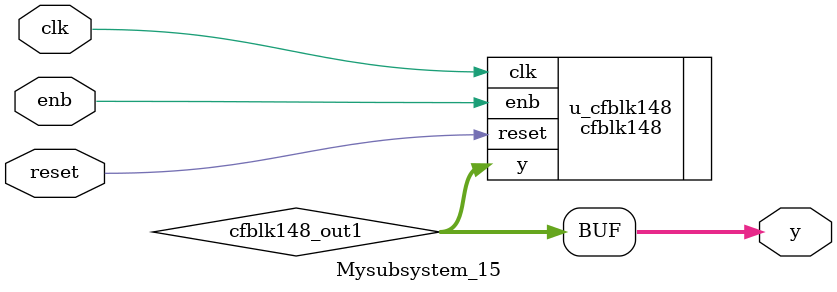
<source format=v>



`timescale 1 ns / 1 ns

module Mysubsystem_15
          (clk,
           reset,
           enb,
           y);


  input   clk;
  input   reset;
  input   enb;
  output  [15:0] y;  // uint16


  wire [15:0] cfblk148_out1;  // uint16


  cfblk148 u_cfblk148 (.clk(clk),
                       .reset(reset),
                       .enb(enb),
                       .y(cfblk148_out1)  // uint16
                       );

  assign y = cfblk148_out1;

endmodule  // Mysubsystem_15


</source>
